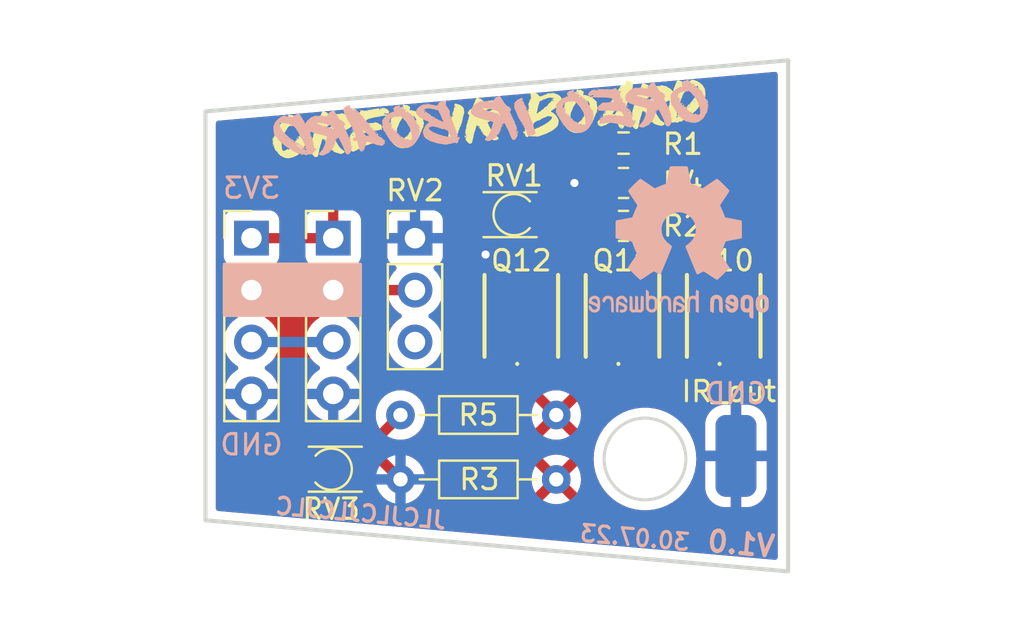
<source format=kicad_pcb>
(kicad_pcb (version 20211014) (generator pcbnew)
  (layers (0 "F.Cu" signal) (31 "B.Cu" signal) (34 "B.Paste" user) (35 "F.Paste" user) (36 "B.SilkS" user "B.Silkscreen") (37 "F.SilkS" user "F.Silkscreen") (38 "B.Mask" user) (39 "F.Mask" user) (44 "Edge.Cuts" user))
  (net 0 "")
  (net 1 "Net-(J2-Pad3)")
  (net 2 "+3V3")
  (net 3 "IR_out")
  (net 4 "GND")
  (net 6 "Net-(R5-Pad2)")
  (footprint "Resistor_THT:R_Axial_DIN0204_L3.6mm_D1.6mm_P7.62mm_Horizontal" (layer "F.Cu") (at 117.16 98 180)
    (fp_text reference "R3" (at 3.76 0) (layer "F.SilkS"))
    (fp_text value "R_Small")
    (pad "1" thru_hole circle (at 0 0 180) (size 1.4 1.4) (drill 0.7) (layers *.Cu *.Mask) (net 3 "IR_out"))
    (pad "2" thru_hole oval (at 7.62 0 180) (size 1.4 1.4) (drill 0.7) (layers *.Cu *.Mask) (net 4 "GND"))
  )
  (footprint "Resistor_SMD:R_0805_2012Metric_Pad1.20x1.40mm_HandSolder" (layer "F.Cu") (at 120.45 85.6 180)
    (fp_text reference "R2" (at -2.9 0) (layer "F.SilkS"))
    (fp_text value "R_Small")
    (pad "1" smd roundrect (at -1 0 180) (size 1.2 1.4) (layers "F.Cu" "F.Paste" "F.Mask") (roundrect_rratio 0.2083333333) (net 3 "IR_out"))
    (pad "2" smd roundrect (at 1 0 180) (size 1.2 1.4) (layers "F.Cu" "F.Paste" "F.Mask") (roundrect_rratio 0.2083333333) (net 4 "GND"))
  )
  (footprint "Connector_Wire:SolderWirePad_1x01_SMD_1x2mm" (layer "F.Cu") (at 125.95 96.85)
    (fp_text reference "P1" hide)
    (fp_text value "SolderWirePad_1x01_SMD_1x2mm")
    (pad "1" smd roundrect (at 0 0) (size 2 4) (layers "F.Cu" "F.Mask") (net 3 "IR_out"))
  )
  (footprint "LOGO" (layer "F.Cu") (at 113.9 80.4 5)
    (fp_text reference "G***" hide)
    (fp_text value "LOGO" hide)
  )
  (footprint "KiCad:Potentiometer_Bourns_TC42_Horizontal" (layer "F.Cu") (at 115.1 85.05 -90)
    (fp_text reference "RV1" (at -1.9 0 unlocked) (layer "F.SilkS"))
    (fp_text value "1K")
    (pad "1" smd roundrect (at -0.65 1.4 270) (size 0.6 0.8) (layers "F.Cu" "F.Paste" "F.Mask") (roundrect_rratio 0.1))
    (pad "2" smd roundrect (at 0 -0.95 270) (size 1 0.7) (layers "F.Cu" "F.Paste" "F.Mask") (roundrect_rratio 0.1) (net 3 "IR_out"))
    (pad "3" smd roundrect (at 0.65 1.4 270) (size 0.6 0.8) (layers "F.Cu" "F.Paste" "F.Mask") (roundrect_rratio 0.1) (net 4 "GND"))
  )
  (footprint "KiCad:SFH325FA34Z" (layer "F.Cu") (at 115.45 90 90)
    (fp_text reference "Q12" (at 2.7 0) (layer "F.SilkS"))
    (fp_text value "SFH 325" hide)
    (pad "1" smd rect (at -1.25 0 90) (size 1.2 3) (layers "F.Cu" "F.Paste" "F.Mask") (net 2 "+3V3"))
    (pad "2" smd rect (at 1.25 0 90) (size 1.2 3) (layers "F.Cu" "F.Paste" "F.Mask") (net 3 "IR_out"))
  )
  (footprint "KiCad:SFH325FA34Z" (layer "F.Cu") (at 120.4 90 90)
    (fp_text reference "Q11" (at 2.7 0) (layer "F.SilkS"))
    (fp_text value "SFH 325" hide)
    (pad "1" smd rect (at -1.25 0 90) (size 1.2 3) (layers "F.Cu" "F.Paste" "F.Mask") (net 2 "+3V3"))
    (pad "2" smd rect (at 1.25 0 90) (size 1.2 3) (layers "F.Cu" "F.Paste" "F.Mask") (net 3 "IR_out"))
  )
  (footprint "Connector_PinHeader_2.54mm:PinHeader_1x04_P2.54mm_Vertical" (layer "F.Cu") (at 106.25 86.2)
    (fp_text reference "J2" hide)
    (fp_text value "Conn_01x04_Female")
    (pad "1" thru_hole rect (at 0 0) (size 1.7 1.7) (drill 1) (layers *.Cu *.Mask) (net 2 "+3V3"))
    (pad "2" thru_hole oval (at 0 2.54) (size 1.7 1.7) (drill 1) (layers *.Cu *.Mask) (net 3 "IR_out"))
    (pad "3" thru_hole oval (at 0 5.08) (size 1.7 1.7) (drill 1) (layers *.Cu *.Mask) (net 1 "Net-(J2-Pad3)"))
    (pad "4" thru_hole oval (at 0 7.62) (size 1.7 1.7) (drill 1) (layers *.Cu *.Mask) (net 4 "GND"))
  )
  (footprint "Connector_PinHeader_2.54mm:PinHeader_1x03_P2.54mm_Vertical" (layer "F.Cu") (at 110.25 86.2)
    (fp_text reference "RV2" (at 0 -2.33) (layer "F.SilkS"))
    (fp_text value "1K")
    (pad "1" thru_hole rect (at 0 0) (size 1.7 1.7) (drill 1) (layers *.Cu *.Mask) (net 4 "GND"))
    (pad "2" thru_hole oval (at 0 2.54) (size 1.7 1.7) (drill 1) (layers *.Cu *.Mask) (net 3 "IR_out"))
    (pad "3" thru_hole oval (at 0 5.08) (size 1.7 1.7) (drill 1) (layers *.Cu *.Mask))
  )
  (footprint "Resistor_SMD:R_0603_1608Metric_Pad0.98x0.95mm_HandSolder" (layer "F.Cu") (at 120.45 81.55 180)
    (fp_text reference "R1" (at -2.9 -0.05) (layer "F.SilkS"))
    (fp_text value "R")
    (pad "1" smd roundrect (at -0.9125 0 180) (size 0.975 0.95) (layers "F.Cu" "F.Paste" "F.Mask") (net 3 "IR_out"))
    (pad "2" smd roundrect (at 0.9125 0 180) (size 0.975 0.95) (layers "F.Cu" "F.Paste" "F.Mask") (net 4 "GND"))
  )
  (footprint "Resistor_SMD:R_0805_2012Metric_Pad1.20x1.40mm_HandSolder" (layer "F.Cu") (at 120.45 83.5 180)
    (fp_text reference "R4" (at -2.9 0) (layer "F.SilkS"))
    (fp_text value "R_Small")
    (pad "1" smd roundrect (at -1 0 180) (size 1.2 1.4) (layers "F.Cu" "F.Paste" "F.Mask") (roundrect_rratio 0.2083333333) (net 3 "IR_out"))
    (pad "2" smd roundrect (at 1 0 180) (size 1.2 1.4) (layers "F.Cu" "F.Paste" "F.Mask") (roundrect_rratio 0.2083333333) (net 4 "GND"))
  )
  (footprint "Connector_Wire:SolderWirePad_1x01_SMD_1x2mm" (layer "F.Cu") (at 125.95 96.85)
    (fp_text reference "P2" hide)
    (fp_text value "SolderWirePad_1x01_SMD_1x2mm")
    (pad "1" smd roundrect (at 0 0) (size 2 4) (layers "B.Cu" "B.Mask") (net 4 "GND"))
  )
  (footprint "KiCad:SFH325FA34Z" (layer "F.Cu") (at 125.35 90 90)
    (fp_text reference "Q10" (at 2.7 0) (layer "F.SilkS"))
    (fp_text value "SFH 325" hide)
    (pad "1" smd rect (at -1.25 0 90) (size 1.2 3) (layers "F.Cu" "F.Paste" "F.Mask") (net 2 "+3V3"))
    (pad "2" smd rect (at 1.25 0 90) (size 1.2 3) (layers "F.Cu" "F.Paste" "F.Mask") (net 3 "IR_out"))
  )
  (footprint "Connector_PinHeader_2.54mm:PinHeader_1x04_P2.54mm_Vertical" (layer "F.Cu") (at 102.25 86.2)
    (fp_text reference "J1" hide)
    (fp_text value "Conn_01x04_Female")
    (pad "1" thru_hole rect (at 0 0) (size 1.7 1.7) (drill 1) (layers *.Cu *.Mask) (net 2 "+3V3"))
    (pad "2" thru_hole oval (at 0 2.54) (size 1.7 1.7) (drill 1) (layers *.Cu *.Mask) (net 3 "IR_out"))
    (pad "3" thru_hole oval (at 0 5.08) (size 1.7 1.7) (drill 1) (layers *.Cu *.Mask) (net 1 "Net-(J2-Pad3)"))
    (pad "4" thru_hole oval (at 0 7.62) (size 1.7 1.7) (drill 1) (layers *.Cu *.Mask) (net 4 "GND"))
  )
  (footprint "KiCad:Potentiometer_Bourns_TC42_Horizontal" (layer "F.Cu") (at 106.15 97.5 90)
    (fp_text reference "RV3" (at -1.95 0 unlocked) (layer "F.SilkS"))
    (fp_text value "1K")
    (pad "1" smd roundrect (at -0.65 1.4 90) (size 0.6 0.8) (layers "F.Cu" "F.Paste" "F.Mask") (roundrect_rratio 0.1))
    (pad "2" smd roundrect (at 0 -0.95 90) (size 1 0.7) (layers "F.Cu" "F.Paste" "F.Mask") (roundrect_rratio 0.1) (net 6 "Net-(R5-Pad2)"))
    (pad "3" smd roundrect (at 0.65 1.4 90) (size 0.6 0.8) (layers "F.Cu" "F.Paste" "F.Mask") (roundrect_rratio 0.1) (net 4 "GND"))
  )
  (footprint "Resistor_THT:R_Axial_DIN0204_L3.6mm_D1.6mm_P7.62mm_Horizontal" (layer "F.Cu") (at 117.16 94.85 180)
    (fp_text reference "R5" (at 3.81 0) (layer "F.SilkS"))
    (fp_text value "R_Small")
    (pad "1" thru_hole circle (at 0 0 180) (size 1.4 1.4) (drill 0.7) (layers *.Cu *.Mask) (net 3 "IR_out"))
    (pad "2" thru_hole oval (at 7.62 0 180) (size 1.4 1.4) (drill 0.7) (layers *.Cu *.Mask) (net 6 "Net-(R5-Pad2)"))
  )
  (footprint "LOGO" (layer "B.Cu") (at 113.95 80.4 -175)
    (fp_text reference "G***" hide)
    (fp_text value "LOGO" hide)
  )
  (footprint "Symbol:OSHW-Logo2_9.8x8mm_SilkScreen" (layer "B.Cu") (at 123.15 86.4 180)
    (fp_text reference "REF**" hide)
    (fp_text value "OSHW-Logo2_9.8x8mm_SilkScreen" hide)
  )
  (gr_line (start 128.5 77.5) (end 100 80) (layer "Edge.Cuts") (width 0.2))
  (gr_line (start 100 100) (end 128.5 102.5) (layer "Edge.Cuts") (width 0.2))
  (gr_line (start 100 80) (end 100 100) (layer "Edge.Cuts") (width 0.2))
  (gr_circle (center 121.5 97) (end 123.5 97) (layer "Edge.Cuts") (width 0.15) (fill none))
  (gr_line (start 128.5 102.5) (end 128.5 77.5) (layer "Edge.Cuts") (width 0.2))
  (gr_text "V1.0" (at 126.2 101.15 -5) (layer "B.SilkS") (effects (font (size 1 1) (thickness 0.2)) (justify mirror)))
  (gr_text "30.07.23" (at 121 100.85 -5) (layer "B.SilkS") (effects (font (size 0.8 0.8)) (justify mirror)))
  (gr_text "3V3" (at 102.25 83.75) (layer "B.SilkS") (effects (font (size 1 1)) (justify mirror)))
  (gr_text "JLCJLCJLCJLC" (at 107.6 99.65 -5) (layer "B.SilkS") (effects (font (size 0.81 0.81) (thickness 0.16)) (justify mirror)))
  (gr_text "GND" (at 102.25 96.3) (layer "B.SilkS") (effects (font (size 1 1)) (justify mirror)))
  (gr_text "GND" (at 125.95 93.8) (layer "B.SilkS") (effects (font (size 1 1)) (justify mirror)))
  (gr_text "IR_out" (at 125.6 93.7) (layer "F.SilkS") (effects (font (size 1 1))))
  (segment (start 102.25 91.28) (end 106.25 91.28) (width 0.5) (layer "B.Cu") (net 1))
  (segment (start 120.4 91.25) (end 115.45 91.25) (width 0.5) (layer "F.Cu") (net 2))
  (segment (start 107 83.95) (end 111.7 83.95) (width 0.5) (layer "F.Cu") (net 2))
  (segment (start 112.35 84.6) (end 112.35 90.5) (width 0.5) (layer "F.Cu") (net 2))
  (segment (start 106.25 84.7) (end 107 83.95) (width 0.5) (layer "F.Cu") (net 2))
  (segment (start 106.25 86.2) (end 106.25 84.7) (width 0.5) (layer "F.Cu") (net 2))
  (segment (start 112.35 90.5) (end 113.1 91.25) (width 0.5) (layer "F.Cu") (net 2))
  (segment (start 125.35 91.25) (end 120.4 91.25) (width 0.5) (layer "F.Cu") (net 2))
  (segment (start 113.1 91.25) (end 115.45 91.25) (width 0.5) (layer "F.Cu") (net 2))
  (segment (start 102.25 86.2) (end 106.25 86.2) (width 0.5) (layer "F.Cu") (net 2))
  (segment (start 111.7 83.95) (end 112.35 84.6) (width 0.5) (layer "F.Cu") (net 2))
  (segment (start 102.25 88.74) (end 106.25 88.74) (width 0.5) (layer "B.Cu") (net 3))
  (segment (start 107.55 96.85) (end 108.39 96.85) (width 0.5) (layer "F.Cu") (net 4))
  (segment (start 108.39 96.85) (end 109.54 98) (width 0.5) (layer "F.Cu") (net 4))
  (segment (start 119.45 85.6) (end 119.45 83.5) (width 0.5) (layer "F.Cu") (net 4))
  (segment (start 119.5375 82.3625) (end 119.45 82.45) (width 0.5) (layer "F.Cu") (net 4))
  (segment (start 119.45 83.5) (end 118.05 83.5) (width 0.5) (layer "F.Cu") (net 4))
  (segment (start 119.45 82.45) (end 119.45 83.5) (width 0.5) (layer "F.Cu") (net 4))
  (segment (start 119.5375 81.55) (end 119.5375 82.3625) (width 0.5) (layer "F.Cu") (net 4))
  (segment (start 113.7 87) (end 113.7 85.7) (width 0.5) (layer "F.Cu") (net 4))
  (via (at 118.05 83.5) (size 0.8) (drill 0.4) (layers "F.Cu" "B.Cu") (net 4))
  (via (at 113.7 87) (size 0.8) (drill 0.4) (layers "F.Cu" "B.Cu") (net 4))
  (segment (start 106.75 95.95) (end 105.2 97.5) (width 0.5) (layer "F.Cu") (net 6))
  (segment (start 108.44 95.95) (end 106.75 95.95) (width 0.5) (layer "F.Cu") (net 6))
  (segment (start 109.54 94.85) (end 108.44 95.95) (width 0.5) (layer "F.Cu") (net 6))
  (zone (net 3) (net_name "IR_out") (layer "F.Cu") (connect_pads (clearance 0.508)) (min_thickness 0.254) (fill yes (thermal_gap 0.508) (thermal_bridge_width 0.508))
    (polygon (pts (xy 131.15 106.05) (xy 96.7 105.5) (xy 93.45 75.9) (xy 95.35 75.25) (xy 132.5 75.25)))
  )
  (zone (net 4) (net_name "GND") (layer "B.Cu") (connect_pads (clearance 0.508)) (min_thickness 0.254) (fill yes (thermal_gap 0.508) (thermal_bridge_width 0.508))
    (polygon (pts (xy 132.95 104.7) (xy 97.95 103) (xy 96.8 88.85) (xy 97.8 89.15) (xy 97.55 75.5) (xy 135.15 74.55)))
  )
  (zone (net 0) (net_name "") (layers *.SilkS) (connect_pads (clearance 0.508)) (min_thickness 0.254) (fill yes (thermal_gap 0.508) (thermal_bridge_width 0.508))
    (polygon (pts (xy 107.65 90.05) (xy 100.85 90.05) (xy 100.85 87.4) (xy 107.65 87.4)))
  )
)
</source>
